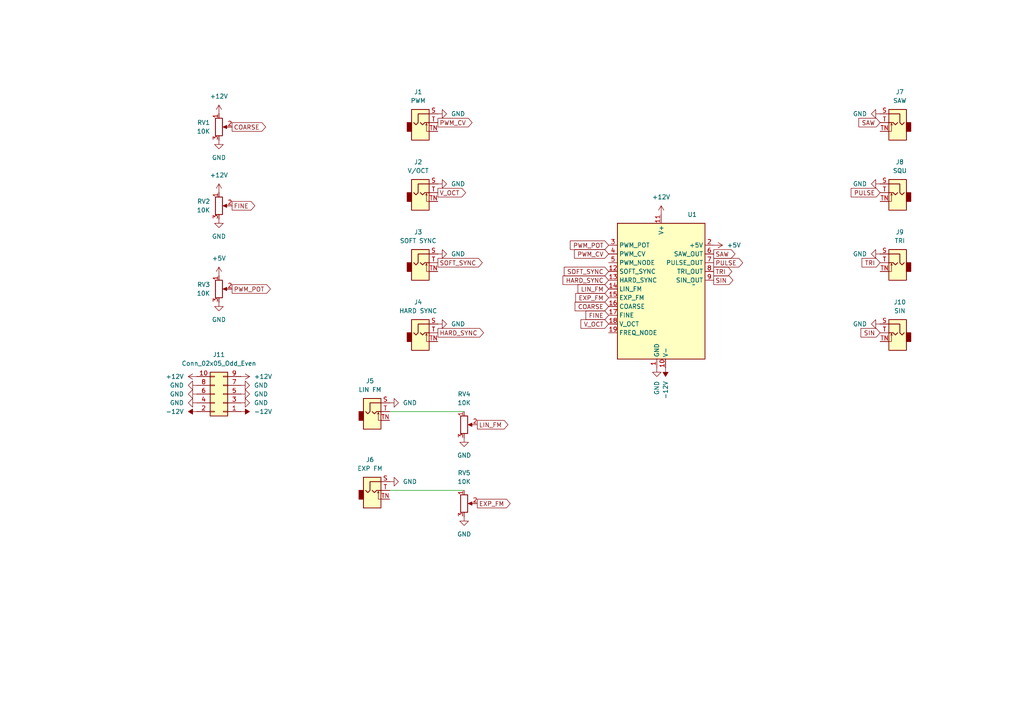
<source format=kicad_sch>
(kicad_sch (version 20231120) (generator "eeschema") (generator_version "8.0")
  (paper "A4")
  (lib_symbols
    (symbol "Connector_Audio:AudioJack2_SwitchT"
      (property "Reference" "J" (at 0 8.89 0))
      (property "Value" "AudioJack2_SwitchT" (at 0 6.35 0))
      (symbol "AudioJack2_SwitchT_0_1"
        (rectangle (start -2.54 0) (end -3.81 -2.54) (stroke (width 0.254)) (fill (type outline)))
        (polyline (pts (xy 1.778 -0.254) (xy 2.032 -0.762)))
        (polyline (pts (xy 0 0) (xy 0.635 -0.635) (xy 1.27 0) (xy 2.54 0)) (stroke (width 0.254)))
        (polyline (pts (xy 2.54 -2.54) (xy 1.778 -2.54) (xy 1.778 -0.254) (xy 1.524 -0.762)))
        (polyline (pts (xy 2.54 2.54) (xy -0.635 2.54) (xy -0.635 0) (xy -1.27 -0.635) (xy -1.905 0)) (stroke (width 0.254)))
        (rectangle (start 2.54 3.81) (end -2.54 -5.08) (stroke (width 0.254)) (fill (type background)))
      )
      (symbol "AudioJack2_SwitchT_1_1"
        (pin passive line (at 5.08 2.54 180) (length 2.54) (name "~") (number "S"))
        (pin passive line (at 5.08 0 180) (length 2.54) (name "~") (number "T"))
        (pin passive line (at 5.08 -2.54 180) (length 2.54) (name "~") (number "TN"))
      )
    )
    (symbol "Connector_Generic:Conn_02x05_Odd_Even" (pin_names (offset 1.016) hide)
      (property "Reference" "J" (at 1.27 7.62 0))
      (property "Value" "Conn_02x05_Odd_Even" (at 1.27 -7.62 0))
      (symbol "Conn_02x05_Odd_Even_1_1"
        (rectangle (start -1.27 -4.953) (end 0 -5.207) (stroke (width 0.1524)))
        (rectangle (start -1.27 -2.413) (end 0 -2.667) (stroke (width 0.1524)))
        (rectangle (start -1.27 0.127) (end 0 -0.127) (stroke (width 0.1524)))
        (rectangle (start -1.27 2.667) (end 0 2.413) (stroke (width 0.1524)))
        (rectangle (start -1.27 5.207) (end 0 4.953) (stroke (width 0.1524)))
        (rectangle (start -1.27 6.35) (end 3.81 -6.35) (stroke (width 0.254)) (fill (type background)))
        (rectangle (start 3.81 -4.953) (end 2.54 -5.207) (stroke (width 0.1524)))
        (rectangle (start 3.81 -2.413) (end 2.54 -2.667) (stroke (width 0.1524)))
        (rectangle (start 3.81 0.127) (end 2.54 -0.127) (stroke (width 0.1524)))
        (rectangle (start 3.81 2.667) (end 2.54 2.413) (stroke (width 0.1524)))
        (rectangle (start 3.81 5.207) (end 2.54 4.953) (stroke (width 0.1524)))
        (pin passive line (at -5.08 5.08 0) (length 3.81) (name "Pin_1") (number "1"))
        (pin passive line (at 7.62 -5.08 180) (length 3.81) (name "Pin_10") (number "10"))
        (pin passive line (at 7.62 5.08 180) (length 3.81) (name "Pin_2") (number "2"))
        (pin passive line (at -5.08 2.54 0) (length 3.81) (name "Pin_3") (number "3"))
        (pin passive line (at 7.62 2.54 180) (length 3.81) (name "Pin_4") (number "4"))
        (pin passive line (at -5.08 0 0) (length 3.81) (name "Pin_5") (number "5"))
        (pin passive line (at 7.62 0 180) (length 3.81) (name "Pin_6") (number "6"))
        (pin passive line (at -5.08 -2.54 0) (length 3.81) (name "Pin_7") (number "7"))
        (pin passive line (at 7.62 -2.54 180) (length 3.81) (name "Pin_8") (number "8"))
        (pin passive line (at -5.08 -5.08 0) (length 3.81) (name "Pin_9") (number "9"))
      )
    )
    (symbol "Device:R_Potentiometer" (pin_names (offset 1.016) hide)
      (property "Reference" "RV" (at -4.445 0 90))
      (property "Value" "R_Potentiometer" (at -2.54 0 90))
      (symbol "R_Potentiometer_0_1"
        (polyline (pts (xy 2.54 0) (xy 1.524 0)))
        (polyline (pts (xy 1.143 0) (xy 2.286 0.508) (xy 2.286 -0.508) (xy 1.143 0)) (fill (type outline)))
        (rectangle (start 1.016 2.54) (end -1.016 -2.54) (stroke (width 0.254)))
      )
      (symbol "R_Potentiometer_1_1"
        (pin passive line (at 0 3.81 270) (length 1.27) (name "1") (number "1"))
        (pin passive line (at 3.81 0 180) (length 1.27) (name "2") (number "2"))
        (pin passive line (at 0 -3.81 90) (length 1.27) (name "3") (number "3"))
      )
    )
    (symbol "Paul:Electrosmith3340Vco"
      (property "Reference" "U" (at 9.398 0.508 0))
      (symbol "Electrosmith3340Vco_1_1"
        (rectangle (start -12.7 -1.27) (end 12.7 -40.64) (stroke (width 0.254)) (fill (type background)))
        (pin input line (at -1.27 -43.18 90) (length 2.54) (name "GND") (number "1"))
        (pin input line (at 1.27 -43.18 90) (length 2.54) (name "V-") (number "10"))
        (pin input line (at 0 1.27 270) (length 2.54) (name "V+") (number "11"))
        (pin input line (at -15.24 -15.24 0) (length 2.54) (name "SOFT_SYNC") (number "12"))
        (pin input line (at -15.24 -17.78 0) (length 2.54) (name "HARD_SYNC") (number "13"))
        (pin input line (at -15.24 -20.32 0) (length 2.54) (name "LIN_FM") (number "14"))
        (pin input line (at -15.24 -22.86 0) (length 2.54) (name "EXP_FM") (number "15"))
        (pin input line (at -15.24 -25.4 0) (length 2.54) (name "COARSE") (number "16"))
        (pin input line (at -15.24 -27.94 0) (length 2.54) (name "FINE") (number "17"))
        (pin input line (at -15.24 -30.48 0) (length 2.54) (name "V_OCT") (number "18"))
        (pin input line (at -15.24 -33.02 0) (length 2.54) (name "FREQ_NODE") (number "19"))
        (pin output line (at 15.24 -7.62 180) (length 2.54) (name "+5V") (number "2"))
        (pin input line (at -15.24 -7.62 0) (length 2.54) (name "PWM_POT") (number "3"))
        (pin input line (at -15.24 -10.16 0) (length 2.54) (name "PWM_CV") (number "4"))
        (pin input line (at -15.24 -12.7 0) (length 2.54) (name "PWM_NODE") (number "5"))
        (pin output line (at 15.24 -10.16 180) (length 2.54) (name "SAW_OUT") (number "6"))
        (pin output line (at 15.24 -12.7 180) (length 2.54) (name "PULSE_OUT") (number "7"))
        (pin output line (at 15.24 -15.24 180) (length 2.54) (name "TRI_OUT") (number "8"))
        (pin output line (at 15.24 -17.78 180) (length 2.54) (name "SIN_OUT") (number "9"))
      )
    )
    (symbol "power:+12V" (power) (pin_numbers hide) (pin_names (offset 0) hide)
      (property "Value" "+12V" (at 0 3.556 0))
      (symbol "+12V_0_1"
        (polyline (pts (xy -0.762 1.27) (xy 0 2.54)))
        (polyline (pts (xy 0 0) (xy 0 2.54)))
        (polyline (pts (xy 0 2.54) (xy 0.762 1.27)))
      )
      (symbol "+12V_1_1"
        (pin power_in line (at 0 0 90) (length 0) (name "~") (number "1"))
      )
    )
    (symbol "power:+5V" (power) (pin_numbers hide) (pin_names (offset 0) hide)
      (property "Value" "+5V" (at 0 3.556 0))
      (symbol "+5V_0_1"
        (polyline (pts (xy -0.762 1.27) (xy 0 2.54)))
        (polyline (pts (xy 0 0) (xy 0 2.54)))
        (polyline (pts (xy 0 2.54) (xy 0.762 1.27)))
      )
      (symbol "+5V_1_1"
        (pin power_in line (at 0 0 90) (length 0) (name "~") (number "1"))
      )
    )
    (symbol "power:-12V" (power) (pin_numbers hide) (pin_names (offset 0) hide)
      (property "Value" "-12V" (at 0 3.556 0))
      (symbol "-12V_0_0"
        (pin power_in line (at 0 0 90) (length 0) (name "~") (number "1"))
      )
      (symbol "-12V_0_1"
        (polyline (pts (xy 0 0) (xy 0 1.27) (xy 0.762 1.27) (xy 0 2.54) (xy -0.762 1.27) (xy 0 1.27)) (fill (type outline)))
      )
    )
    (symbol "power:GND" (power) (pin_numbers hide) (pin_names (offset 0) hide)
      (property "Value" "GND" (at 0 -3.81 0))
      (symbol "GND_0_1"
        (polyline (pts (xy 0 0) (xy 0 -1.27) (xy 1.27 -1.27) (xy 0 -2.54) (xy -1.27 -1.27) (xy 0 -1.27)))
      )
      (symbol "GND_1_1"
        (pin power_in line (at 0 0 270) (length 0) (name "~") (number "1"))
      )
    )
  )
  (wire (pts (xy 113.03 142.24) (xy 134.62 142.24)))
  (wire (pts (xy 113.03 119.38) (xy 134.62 119.38)))
  (global_label "V_OCT" (shape input) (at 176.53 93.98 180) (property "Intersheetrefs" "${INTERSHEET_REFS}" (effects (hide yes))))
  (global_label "COARSE" (shape output) (at 67.31 36.83 0) (property "Intersheetrefs" "${INTERSHEET_REFS}" (effects (hide yes))))
  (global_label "HARD_SYNC" (shape input) (at 176.53 81.28 180) (property "Intersheetrefs" "${INTERSHEET_REFS}" (effects (hide yes))))
  (global_label "FINE" (shape output) (at 67.31 59.69 0) (property "Intersheetrefs" "${INTERSHEET_REFS}" (effects (hide yes))))
  (global_label "SIN" (shape output) (at 207.01 81.28 0) (property "Intersheetrefs" "${INTERSHEET_REFS}" (effects (hide yes))))
  (global_label "PULSE" (shape input) (at 255.27 55.88 180) (property "Intersheetrefs" "${INTERSHEET_REFS}" (effects (hide yes))))
  (global_label "LIN_FM" (shape input) (at 176.53 83.82 180) (property "Intersheetrefs" "${INTERSHEET_REFS}" (effects (hide yes))))
  (global_label "PULSE" (shape output) (at 207.01 76.2 0) (property "Intersheetrefs" "${INTERSHEET_REFS}" (effects (hide yes))))
  (global_label "SAW" (shape input) (at 255.27 35.56 180) (property "Intersheetrefs" "${INTERSHEET_REFS}" (effects (hide yes))))
  (global_label "SAW" (shape output) (at 207.01 73.66 0) (property "Intersheetrefs" "${INTERSHEET_REFS}" (effects (hide yes))))
  (global_label "SOFT_SYNC" (shape output) (at 127 76.2 0) (property "Intersheetrefs" "${INTERSHEET_REFS}" (effects (hide yes))))
  (global_label "SIN" (shape input) (at 255.27 96.52 180) (property "Intersheetrefs" "${INTERSHEET_REFS}" (effects (hide yes))))
  (global_label "LIN_FM" (shape output) (at 138.43 123.19 0) (property "Intersheetrefs" "${INTERSHEET_REFS}" (effects (hide yes))))
  (global_label "FINE" (shape input) (at 176.53 91.44 180) (property "Intersheetrefs" "${INTERSHEET_REFS}" (effects (hide yes))))
  (global_label "SOFT_SYNC" (shape input) (at 176.53 78.74 180) (property "Intersheetrefs" "${INTERSHEET_REFS}" (effects (hide yes))))
  (global_label "EXP_FM" (shape output) (at 138.43 146.05 0) (property "Intersheetrefs" "${INTERSHEET_REFS}" (effects (hide yes))))
  (global_label "PWM_CV" (shape output) (at 127 35.56 0) (property "Intersheetrefs" "${INTERSHEET_REFS}" (effects (hide yes))))
  (global_label "TRI" (shape input) (at 255.27 76.2 180) (property "Intersheetrefs" "${INTERSHEET_REFS}" (effects (hide yes))))
  (global_label "PWM_POT" (shape input) (at 176.53 71.12 180) (property "Intersheetrefs" "${INTERSHEET_REFS}" (effects (hide yes))))
  (global_label "EXP_FM" (shape input) (at 176.53 86.36 180) (property "Intersheetrefs" "${INTERSHEET_REFS}" (effects (hide yes))))
  (global_label "TRI" (shape output) (at 207.01 78.74 0) (property "Intersheetrefs" "${INTERSHEET_REFS}" (effects (hide yes))))
  (global_label "COARSE" (shape input) (at 176.53 88.9 180) (property "Intersheetrefs" "${INTERSHEET_REFS}" (effects (hide yes))))
  (global_label "V_OCT" (shape output) (at 127 55.88 0) (property "Intersheetrefs" "${INTERSHEET_REFS}" (effects (hide yes))))
  (global_label "PWM_CV" (shape input) (at 176.53 73.66 180) (property "Intersheetrefs" "${INTERSHEET_REFS}" (effects (hide yes))))
  (global_label "HARD_SYNC" (shape output) (at 127 96.52 0) (property "Intersheetrefs" "${INTERSHEET_REFS}" (effects (hide yes))))
  (global_label "PWM_POT" (shape output) (at 67.31 83.82 0) (property "Intersheetrefs" "${INTERSHEET_REFS}" (effects (hide yes))))
  (symbol (lib_id "Connector_Audio:AudioJack2_SwitchT") (at 260.35 96.52 0) (mirror y) (unit 1)
    (property "Reference" "J10" (at 260.985 87.63 0))
    (property "Value" "SIN" (at 260.985 90.17 0))
    (property "Footprint" "AudioJacks:Jack_3.5mm_QingPu_WQP-PJ301M-12_Vertical" (effects (hide yes)))
    (property "Description" "Audio Jack, 2 Poles (Mono / TS), Switched T Pole (Normalling)" (effects (hide yes)))
  )
  (symbol (lib_id "power:GND") (at 134.62 149.86 0) (unit 1)
    (property "Reference" "#PWR021" (effects (hide yes)))
    (property "Value" "GND" (at 134.62 154.94 0))
    (property "Description" "Power symbol creates a global label with name \"GND\" , ground" (effects (hide yes)))
  )
  (symbol (lib_id "power:GND") (at 255.27 33.02 270) (unit 1)
    (property "Reference" "#PWR01" (effects (hide yes)))
    (property "Value" "GND" (at 251.46 33.0199 90) (effects (justify right)))
    (property "Description" "Power symbol creates a global label with name \"GND\" , ground" (effects (hide yes)))
  )
  (symbol (lib_id "power:GND") (at 113.03 139.7 90) (unit 1)
    (property "Reference" "#PWR020" (effects (hide yes)))
    (property "Value" "GND" (at 116.84 139.6999 90) (effects (justify right)))
    (property "Description" "Power symbol creates a global label with name \"GND\" , ground" (effects (hide yes)))
  )
  (symbol (lib_id "power:-12V") (at 57.15 119.38 90) (unit 1)
    (property "Reference" "#PWR023" (effects (hide yes)))
    (property "Value" "-12V" (at 53.34 119.38 90) (effects (justify left)))
    (property "Description" "Power symbol creates a global label with name \"-12V\"" (effects (hide yes)))
  )
  (symbol (lib_id "Connector_Audio:AudioJack2_SwitchT") (at 260.35 35.56 0) (mirror y) (unit 1)
    (property "Reference" "J7" (at 260.985 26.67 0))
    (property "Value" "SAW" (at 260.985 29.21 0))
    (property "Footprint" "AudioJacks:Jack_3.5mm_QingPu_WQP-PJ301M-12_Vertical" (effects (hide yes)))
    (property "Description" "Audio Jack, 2 Poles (Mono / TS), Switched T Pole (Normalling)" (effects (hide yes)))
  )
  (symbol (lib_id "Connector_Audio:AudioJack2_SwitchT") (at 121.92 76.2 0) (unit 1)
    (property "Reference" "J3" (at 121.285 67.31 0))
    (property "Value" "SOFT SYNC" (at 121.285 69.85 0))
    (property "Footprint" "AudioJacks:Jack_3.5mm_QingPu_WQP-PJ301M-12_Vertical" (effects (hide yes)))
    (property "Description" "Audio Jack, 2 Poles (Mono / TS), Switched T Pole (Normalling)" (effects (hide yes)))
  )
  (symbol (lib_id "power:GND") (at 63.5 40.64 0) (unit 1)
    (property "Reference" "#PWR013" (effects (hide yes)))
    (property "Value" "GND" (at 63.5 45.72 0))
    (property "Description" "Power symbol creates a global label with name \"GND\" , ground" (effects (hide yes)))
  )
  (symbol (lib_id "power:GND") (at 134.62 127 0) (unit 1)
    (property "Reference" "#PWR019" (effects (hide yes)))
    (property "Value" "GND" (at 134.62 132.08 0))
    (property "Description" "Power symbol creates a global label with name \"GND\" , ground" (effects (hide yes)))
  )
  (symbol (lib_id "power:+12V") (at 191.77 62.23 0) (unit 1)
    (property "Reference" "#PWR06" (effects (hide yes)))
    (property "Value" "+12V" (at 191.77 57.15 0))
    (property "Description" "Power symbol creates a global label with name \"+12V\"" (effects (hide yes)))
  )
  (symbol (lib_id "power:GND") (at 57.15 114.3 270) (unit 1)
    (property "Reference" "#PWR030" (effects (hide yes)))
    (property "Value" "GND" (at 53.34 114.2999 90) (effects (justify right)))
    (property "Description" "Power symbol creates a global label with name \"GND\" , ground" (effects (hide yes)))
  )
  (symbol (lib_id "power:-12V") (at 69.85 119.38 270) (unit 1)
    (property "Reference" "#PWR024" (effects (hide yes)))
    (property "Value" "-12V" (at 73.66 119.38 90) (effects (justify left)))
    (property "Description" "Power symbol creates a global label with name \"-12V\"" (effects (hide yes)))
  )
  (symbol (lib_id "Device:R_Potentiometer") (at 134.62 146.05 0) (unit 1)
    (property "Reference" "RV5" (at 134.62 137.16 0))
    (property "Value" "10K" (at 134.62 139.7 0))
    (property "Footprint" "Paul:RK097_Vertical" (effects (hide yes)))
    (property "Description" "Potentiometer" (effects (hide yes)))
  )
  (symbol (lib_id "power:GND") (at 57.15 116.84 270) (unit 1)
    (property "Reference" "#PWR031" (effects (hide yes)))
    (property "Value" "GND" (at 53.34 116.8399 90) (effects (justify right)))
    (property "Description" "Power symbol creates a global label with name \"GND\" , ground" (effects (hide yes)))
  )
  (symbol (lib_id "Device:R_Potentiometer") (at 134.62 123.19 0) (unit 1)
    (property "Reference" "RV4" (at 134.62 114.3 0))
    (property "Value" "10K" (at 134.62 116.84 0))
    (property "Footprint" "Paul:RK097_Vertical" (effects (hide yes)))
    (property "Description" "Potentiometer" (effects (hide yes)))
  )
  (symbol (lib_id "power:GND") (at 127 73.66 90) (unit 1)
    (property "Reference" "#PWR010" (effects (hide yes)))
    (property "Value" "GND" (at 130.81 73.6599 90) (effects (justify right)))
    (property "Description" "Power symbol creates a global label with name \"GND\" , ground" (effects (hide yes)))
  )
  (symbol (lib_id "Connector_Audio:AudioJack2_SwitchT") (at 121.92 35.56 0) (unit 1)
    (property "Reference" "J1" (at 121.285 26.67 0))
    (property "Value" "PWM" (at 121.285 29.21 0))
    (property "Footprint" "AudioJacks:Jack_3.5mm_QingPu_WQP-PJ301M-12_Vertical" (effects (hide yes)))
    (property "Description" "Audio Jack, 2 Poles (Mono / TS), Switched T Pole (Normalling)" (effects (hide yes)))
  )
  (symbol (lib_id "power:GND") (at 255.27 93.98 270) (unit 1)
    (property "Reference" "#PWR04" (effects (hide yes)))
    (property "Value" "GND" (at 251.46 93.9799 90) (effects (justify right)))
    (property "Description" "Power symbol creates a global label with name \"GND\" , ground" (effects (hide yes)))
  )
  (symbol (lib_id "Connector_Audio:AudioJack2_SwitchT") (at 260.35 76.2 0) (mirror y) (unit 1)
    (property "Reference" "J9" (at 260.985 67.31 0))
    (property "Value" "TRI" (at 260.985 69.85 0))
    (property "Footprint" "AudioJacks:Jack_3.5mm_QingPu_WQP-PJ301M-12_Vertical" (effects (hide yes)))
    (property "Description" "Audio Jack, 2 Poles (Mono / TS), Switched T Pole (Normalling)" (effects (hide yes)))
  )
  (symbol (lib_id "power:+12V") (at 69.85 109.22 270) (unit 1)
    (property "Reference" "#PWR025" (effects (hide yes)))
    (property "Value" "+12V" (at 73.66 109.22 90) (effects (justify left)))
    (property "Description" "Power symbol creates a global label with name \"+12V\"" (effects (hide yes)))
  )
  (symbol (lib_id "Connector_Audio:AudioJack2_SwitchT") (at 260.35 55.88 0) (mirror y) (unit 1)
    (property "Reference" "J8" (at 260.985 46.99 0))
    (property "Value" "SQU" (at 260.985 49.53 0))
    (property "Footprint" "AudioJacks:Jack_3.5mm_QingPu_WQP-PJ301M-12_Vertical" (effects (hide yes)))
    (property "Description" "Audio Jack, 2 Poles (Mono / TS), Switched T Pole (Normalling)" (effects (hide yes)))
  )
  (symbol (lib_id "Device:R_Potentiometer") (at 63.5 83.82 0) (unit 1)
    (property "Reference" "RV3" (at 60.96 82.5499 0) (effects (justify right)))
    (property "Value" "10K" (at 60.96 85.0899 0) (effects (justify right)))
    (property "Footprint" "Paul:RK097_Vertical" (effects (hide yes)))
    (property "Description" "Potentiometer" (effects (hide yes)))
  )
  (symbol (lib_id "power:GND") (at 127 33.02 90) (unit 1)
    (property "Reference" "#PWR08" (effects (hide yes)))
    (property "Value" "GND" (at 130.81 33.0199 90) (effects (justify right)))
    (property "Description" "Power symbol creates a global label with name \"GND\" , ground" (effects (hide yes)))
  )
  (symbol (lib_id "power:GND") (at 113.03 116.84 90) (unit 1)
    (property "Reference" "#PWR018" (effects (hide yes)))
    (property "Value" "GND" (at 116.84 116.8399 90) (effects (justify right)))
    (property "Description" "Power symbol creates a global label with name \"GND\" , ground" (effects (hide yes)))
  )
  (symbol (lib_id "Device:R_Potentiometer") (at 63.5 36.83 0) (unit 1)
    (property "Reference" "RV1" (at 60.96 35.5599 0) (effects (justify right)))
    (property "Value" "10K" (at 60.96 38.0999 0) (effects (justify right)))
    (property "Footprint" "Paul:RK097_Vertical" (effects (hide yes)))
    (property "Description" "Potentiometer" (effects (hide yes)))
  )
  (symbol (lib_id "Paul:Electrosmith3340Vco") (at 191.77 63.5 0) (unit 1)
    (property "Reference" "U1" (at 199.39 62.23 0) (effects (justify left)))
    (property "Value" "~" (at 200.66 82.55 0) (effects (justify left)))
    (property "Footprint" "Paul:Electrosmith_3340_VCO" (effects (hide yes)))
  )
  (symbol (lib_id "power:GND") (at 190.5 106.68 0) (unit 1)
    (property "Reference" "#PWR05" (effects (hide yes)))
    (property "Value" "GND" (at 190.5 110.49 90) (effects (justify right)))
    (property "Description" "Power symbol creates a global label with name \"GND\" , ground" (effects (hide yes)))
  )
  (symbol (lib_id "Connector_Audio:AudioJack2_SwitchT") (at 121.92 55.88 0) (unit 1)
    (property "Reference" "J2" (at 121.285 46.99 0))
    (property "Value" "V/OCT" (at 121.285 49.53 0))
    (property "Footprint" "AudioJacks:Jack_3.5mm_QingPu_WQP-PJ301M-12_Vertical" (effects (hide yes)))
    (property "Description" "Audio Jack, 2 Poles (Mono / TS), Switched T Pole (Normalling)" (effects (hide yes)))
  )
  (symbol (lib_id "power:+12V") (at 63.5 55.88 0) (unit 1)
    (property "Reference" "#PWR014" (effects (hide yes)))
    (property "Value" "+12V" (at 63.5 50.8 0))
    (property "Description" "Power symbol creates a global label with name \"+12V\"" (effects (hide yes)))
  )
  (symbol (lib_id "power:GND") (at 69.85 114.3 90) (unit 1)
    (property "Reference" "#PWR027" (effects (hide yes)))
    (property "Value" "GND" (at 73.66 114.2999 90) (effects (justify right)))
    (property "Description" "Power symbol creates a global label with name \"GND\" , ground" (effects (hide yes)))
  )
  (symbol (lib_id "power:GND") (at 63.5 87.63 0) (unit 1)
    (property "Reference" "#PWR017" (effects (hide yes)))
    (property "Value" "GND" (at 63.5 92.71 0))
    (property "Description" "Power symbol creates a global label with name \"GND\" , ground" (effects (hide yes)))
  )
  (symbol (lib_id "Device:R_Potentiometer") (at 63.5 59.69 0) (unit 1)
    (property "Reference" "RV2" (at 60.96 58.4199 0) (effects (justify right)))
    (property "Value" "10K" (at 60.96 60.9599 0) (effects (justify right)))
    (property "Footprint" "Paul:RK097_Vertical" (effects (hide yes)))
    (property "Description" "Potentiometer" (effects (hide yes)))
  )
  (symbol (lib_id "Connector_Audio:AudioJack2_SwitchT") (at 121.92 96.52 0) (unit 1)
    (property "Reference" "J4" (at 121.285 87.63 0))
    (property "Value" "HARD SYNC" (at 121.285 90.17 0))
    (property "Footprint" "AudioJacks:Jack_3.5mm_QingPu_WQP-PJ301M-12_Vertical" (effects (hide yes)))
    (property "Description" "Audio Jack, 2 Poles (Mono / TS), Switched T Pole (Normalling)" (effects (hide yes)))
  )
  (symbol (lib_id "Connector_Audio:AudioJack2_SwitchT") (at 107.95 142.24 0) (unit 1)
    (property "Reference" "J6" (at 107.315 133.35 0))
    (property "Value" "EXP FM" (at 107.315 135.89 0))
    (property "Footprint" "AudioJacks:Jack_3.5mm_QingPu_WQP-PJ301M-12_Vertical" (effects (hide yes)))
    (property "Description" "Audio Jack, 2 Poles (Mono / TS), Switched T Pole (Normalling)" (effects (hide yes)))
  )
  (symbol (lib_id "power:GND") (at 127 93.98 90) (unit 1)
    (property "Reference" "#PWR032" (effects (hide yes)))
    (property "Value" "GND" (at 130.81 93.9799 90) (effects (justify right)))
    (property "Description" "Power symbol creates a global label with name \"GND\" , ground" (effects (hide yes)))
  )
  (symbol (lib_id "power:+5V") (at 207.01 71.12 270) (unit 1)
    (property "Reference" "#PWR011" (effects (hide yes)))
    (property "Value" "+5V" (at 210.82 71.1199 90) (effects (justify left)))
    (property "Description" "Power symbol creates a global label with name \"+5V\"" (effects (hide yes)))
  )
  (symbol (lib_id "power:+12V") (at 63.5 33.02 0) (unit 1)
    (property "Reference" "#PWR012" (effects (hide yes)))
    (property "Value" "+12V" (at 63.5 27.94 0))
    (property "Description" "Power symbol creates a global label with name \"+12V\"" (effects (hide yes)))
  )
  (symbol (lib_id "power:-12V") (at 193.04 106.68 180) (unit 1)
    (property "Reference" "#PWR07" (effects (hide yes)))
    (property "Value" "-12V" (at 193.04 110.49 90) (effects (justify left)))
    (property "Description" "Power symbol creates a global label with name \"-12V\"" (effects (hide yes)))
  )
  (symbol (lib_id "power:GND") (at 69.85 116.84 90) (unit 1)
    (property "Reference" "#PWR028" (effects (hide yes)))
    (property "Value" "GND" (at 73.66 116.8399 90) (effects (justify right)))
    (property "Description" "Power symbol creates a global label with name \"GND\" , ground" (effects (hide yes)))
  )
  (symbol (lib_id "power:GND") (at 127 53.34 90) (unit 1)
    (property "Reference" "#PWR09" (effects (hide yes)))
    (property "Value" "GND" (at 130.81 53.3399 90) (effects (justify right)))
    (property "Description" "Power symbol creates a global label with name \"GND\" , ground" (effects (hide yes)))
  )
  (symbol (lib_id "Connector_Audio:AudioJack2_SwitchT") (at 107.95 119.38 0) (unit 1)
    (property "Reference" "J5" (at 107.315 110.49 0))
    (property "Value" "LIN FM" (at 107.315 113.03 0))
    (property "Footprint" "AudioJacks:Jack_3.5mm_QingPu_WQP-PJ301M-12_Vertical" (effects (hide yes)))
    (property "Description" "Audio Jack, 2 Poles (Mono / TS), Switched T Pole (Normalling)" (effects (hide yes)))
  )
  (symbol (lib_id "power:+12V") (at 57.15 109.22 90) (unit 1)
    (property "Reference" "#PWR022" (effects (hide yes)))
    (property "Value" "+12V" (at 53.34 109.22 90) (effects (justify left)))
    (property "Description" "Power symbol creates a global label with name \"+12V\"" (effects (hide yes)))
  )
  (symbol (lib_id "power:GND") (at 255.27 53.34 270) (unit 1)
    (property "Reference" "#PWR02" (effects (hide yes)))
    (property "Value" "GND" (at 251.46 53.3399 90) (effects (justify right)))
    (property "Description" "Power symbol creates a global label with name \"GND\" , ground" (effects (hide yes)))
  )
  (symbol (lib_id "Connector_Generic:Conn_02x05_Odd_Even") (at 64.77 114.3 180) (unit 1)
    (property "Reference" "J11" (at 63.5 102.87 0))
    (property "Value" "Conn_02x05_Odd_Even" (at 63.5 105.41 0))
    (property "Footprint" "Connector_IDC:IDC-Header_2x05_P2.54mm_Vertical" (effects (hide yes)))
    (property "Description" "Generic connector, double row, 02x05, odd/even pin numbering scheme (row 1 odd numbers, row 2 even numbers), script generated (kicad-library-utils/schlib/autogen/connector/)" (effects (hide yes)))
  )
  (symbol (lib_id "power:GND") (at 255.27 73.66 270) (unit 1)
    (property "Reference" "#PWR03" (effects (hide yes)))
    (property "Value" "GND" (at 251.46 73.6599 90) (effects (justify right)))
    (property "Description" "Power symbol creates a global label with name \"GND\" , ground" (effects (hide yes)))
  )
  (symbol (lib_id "power:GND") (at 69.85 111.76 90) (unit 1)
    (property "Reference" "#PWR026" (effects (hide yes)))
    (property "Value" "GND" (at 73.66 111.7599 90) (effects (justify right)))
    (property "Description" "Power symbol creates a global label with name \"GND\" , ground" (effects (hide yes)))
  )
  (symbol (lib_id "power:GND") (at 57.15 111.76 270) (unit 1)
    (property "Reference" "#PWR029" (effects (hide yes)))
    (property "Value" "GND" (at 53.34 111.7599 90) (effects (justify right)))
    (property "Description" "Power symbol creates a global label with name \"GND\" , ground" (effects (hide yes)))
  )
  (symbol (lib_id "power:GND") (at 63.5 63.5 0) (unit 1)
    (property "Reference" "#PWR015" (effects (hide yes)))
    (property "Value" "GND" (at 63.5 68.58 0))
    (property "Description" "Power symbol creates a global label with name \"GND\" , ground" (effects (hide yes)))
  )
  (symbol (lib_id "power:+5V") (at 63.5 80.01 0) (unit 1)
    (property "Reference" "#PWR016" (effects (hide yes)))
    (property "Value" "+5V" (at 63.5 74.93 0))
    (property "Description" "Power symbol creates a global label with name \"+5V\"" (effects (hide yes)))
  )
)
</source>
